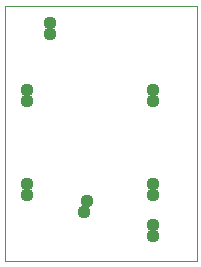
<source format=gbs>
G75*
%MOIN*%
%OFA0B0*%
%FSLAX24Y24*%
%IPPOS*%
%LPD*%
%AMOC8*
5,1,8,0,0,1.08239X$1,22.5*
%
%ADD10C,0.0000*%
%ADD11C,0.0437*%
D10*
X002517Y002517D02*
X002517Y010992D01*
X008918Y010992D01*
X008918Y002517D01*
X002517Y002517D01*
D11*
X003267Y004704D03*
X003267Y005079D03*
X005142Y004142D03*
X005267Y004517D03*
X007454Y004704D03*
X007454Y005079D03*
X007454Y003704D03*
X007454Y003329D03*
X007454Y007829D03*
X007454Y008204D03*
X004017Y010079D03*
X004017Y010454D03*
X003267Y008204D03*
X003267Y007829D03*
M02*

</source>
